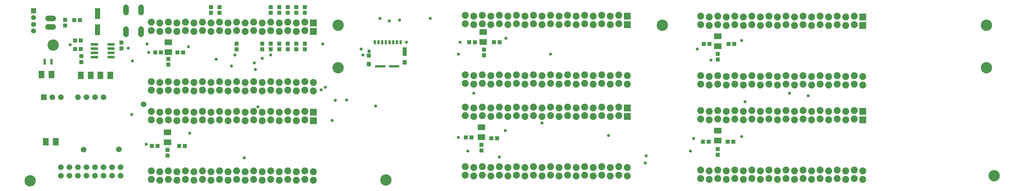
<source format=gbr>
G04 EAGLE Gerber RS-274X export*
G75*
%MOMM*%
%FSLAX34Y34*%
%LPD*%
%INSoldermask Top*%
%IPPOS*%
%AMOC8*
5,1,8,0,0,1.08239X$1,22.5*%
G01*
%ADD10C,3.378200*%
%ADD11R,2.082800X2.082800*%
%ADD12C,2.082800*%
%ADD13R,1.203200X1.303200*%
%ADD14R,0.762000X1.803400*%
%ADD15R,1.303200X1.203200*%
%ADD16R,1.703200X2.203200*%
%ADD17R,2.203200X1.703200*%
%ADD18R,1.283200X1.253200*%
%ADD19R,1.711200X1.711200*%
%ADD20C,1.711200*%
%ADD21C,0.353406*%
%ADD22C,1.727200*%
%ADD23R,1.603200X3.203200*%
%ADD24R,1.511200X1.511200*%
%ADD25C,1.511200*%
%ADD26R,0.703200X1.203200*%
%ADD27R,0.923200X0.983200*%
%ADD28R,1.253200X1.283200*%
%ADD29R,1.253200X1.403200*%
%ADD30R,1.253200X2.593200*%
%ADD31R,3.113200X0.753200*%
%ADD32C,1.703200*%
%ADD33C,0.959600*%


D10*
X952500Y373380D03*
X2882900Y373380D03*
X104140Y440690D03*
X2905252Y50546D03*
X1094232Y37846D03*
X35052Y35306D03*
X2882900Y500380D03*
X1917700Y500380D03*
X952500Y500380D03*
D11*
X878840Y481330D03*
D12*
X853440Y483870D03*
X828040Y481330D03*
X802640Y483870D03*
X777240Y481330D03*
X751840Y483870D03*
X726440Y481330D03*
X701040Y483870D03*
X675640Y481330D03*
X650240Y483870D03*
X624840Y481330D03*
X599440Y483870D03*
X574040Y481330D03*
X548640Y483870D03*
X523240Y481330D03*
X497840Y483870D03*
X472440Y481330D03*
X447040Y483870D03*
X421640Y481330D03*
X396240Y483870D03*
X396240Y331470D03*
X421640Y328930D03*
X447040Y331470D03*
X472440Y328930D03*
X497840Y331470D03*
X523240Y328930D03*
X548640Y331470D03*
X574040Y328930D03*
X599440Y331470D03*
X624840Y328930D03*
X650240Y331470D03*
X675640Y328930D03*
X701040Y331470D03*
X726440Y328930D03*
X751840Y331470D03*
X777240Y328930D03*
X802640Y331470D03*
X828040Y328930D03*
X853440Y331470D03*
X878840Y328930D03*
X396240Y306070D03*
X421640Y303530D03*
X447040Y306070D03*
X472440Y303530D03*
X497840Y306070D03*
X523240Y303530D03*
X548640Y306070D03*
X574040Y303530D03*
X599440Y306070D03*
X624840Y303530D03*
X650240Y306070D03*
X675640Y303530D03*
X701040Y306070D03*
X726440Y303530D03*
X751840Y306070D03*
X777240Y303530D03*
X802640Y306070D03*
X828040Y303530D03*
X853440Y306070D03*
X878840Y303530D03*
D11*
X878840Y506730D03*
D12*
X853440Y509270D03*
X828040Y506730D03*
X802640Y509270D03*
X777240Y506730D03*
X751840Y509270D03*
X726440Y506730D03*
X701040Y509270D03*
X675640Y506730D03*
X650240Y509270D03*
X624840Y506730D03*
X599440Y509270D03*
X574040Y506730D03*
X548640Y509270D03*
X523240Y506730D03*
X497840Y509270D03*
X472440Y506730D03*
X447040Y509270D03*
X421640Y506730D03*
X396240Y509270D03*
D13*
X425060Y419100D03*
X408060Y419100D03*
X491100Y419100D03*
X474100Y419100D03*
D14*
X78867Y391160D03*
X98933Y391160D03*
D15*
X447040Y399660D03*
X447040Y382660D03*
D16*
X98820Y353060D03*
X68820Y353060D03*
X244080Y350520D03*
X274080Y350520D03*
X81520Y152400D03*
X111520Y152400D03*
D17*
X447040Y449340D03*
X447040Y419340D03*
D18*
X187960Y407530D03*
X187960Y390030D03*
D19*
X76200Y284660D03*
D20*
X101600Y284660D03*
X127000Y284660D03*
X177800Y284660D03*
X203200Y284660D03*
X228600Y284660D03*
X254000Y284660D03*
D21*
X267061Y407379D02*
X285259Y407379D01*
X285259Y402881D01*
X267061Y402881D01*
X267061Y407379D01*
X267061Y406238D02*
X285259Y406238D01*
X285259Y420079D02*
X267061Y420079D01*
X285259Y420079D02*
X285259Y415581D01*
X267061Y415581D01*
X267061Y420079D01*
X267061Y418938D02*
X285259Y418938D01*
X285259Y432779D02*
X267061Y432779D01*
X285259Y432779D02*
X285259Y428281D01*
X267061Y428281D01*
X267061Y432779D01*
X267061Y431638D02*
X285259Y431638D01*
X285259Y445479D02*
X267061Y445479D01*
X285259Y445479D02*
X285259Y440981D01*
X267061Y440981D01*
X267061Y445479D01*
X267061Y444338D02*
X285259Y444338D01*
X235859Y445479D02*
X217661Y445479D01*
X235859Y445479D02*
X235859Y440981D01*
X217661Y440981D01*
X217661Y445479D01*
X217661Y444338D02*
X235859Y444338D01*
X235859Y432779D02*
X217661Y432779D01*
X235859Y432779D02*
X235859Y428281D01*
X217661Y428281D01*
X217661Y432779D01*
X217661Y431638D02*
X235859Y431638D01*
X235859Y420079D02*
X217661Y420079D01*
X235859Y420079D02*
X235859Y415581D01*
X217661Y415581D01*
X217661Y420079D01*
X217661Y418938D02*
X235859Y418938D01*
X235859Y407379D02*
X217661Y407379D01*
X235859Y407379D02*
X235859Y402881D01*
X217661Y402881D01*
X217661Y407379D01*
X217661Y406238D02*
X235859Y406238D01*
D18*
X307340Y430670D03*
X307340Y448170D03*
D22*
X104140Y520700D02*
X88900Y520700D01*
X88900Y495300D02*
X104140Y495300D01*
D13*
X169300Y454660D03*
X186300Y454660D03*
X183760Y515620D03*
X166760Y515620D03*
D15*
X139700Y499500D03*
X139700Y516500D03*
D23*
X236220Y534540D03*
X236220Y486540D03*
D24*
X45720Y543080D03*
D25*
X45720Y523080D03*
X45720Y503080D03*
X45720Y483080D03*
D15*
X169300Y429260D03*
X186300Y429260D03*
D13*
X414900Y139700D03*
X397900Y139700D03*
X496180Y139700D03*
X479180Y139700D03*
D15*
X444500Y127880D03*
X444500Y110880D03*
D17*
X444500Y180100D03*
X444500Y150100D03*
D13*
X1359780Y449580D03*
X1342780Y449580D03*
X1433440Y449580D03*
X1416440Y449580D03*
D15*
X1386840Y427600D03*
X1386840Y410600D03*
D17*
X1384300Y479820D03*
X1384300Y449820D03*
D13*
X1349620Y165100D03*
X1332620Y165100D03*
X1425820Y162560D03*
X1408820Y162560D03*
D15*
X1379220Y143120D03*
X1379220Y126120D03*
D17*
X1379220Y195340D03*
X1379220Y165340D03*
D13*
X2058280Y444500D03*
X2041280Y444500D03*
X2131940Y444500D03*
X2114940Y444500D03*
D15*
X2082800Y414900D03*
X2082800Y397900D03*
D17*
X2082800Y467120D03*
X2082800Y437120D03*
D13*
X2055740Y152400D03*
X2038740Y152400D03*
X2129400Y152400D03*
X2112400Y152400D03*
D15*
X2082800Y130420D03*
X2082800Y113420D03*
D17*
X2082800Y185180D03*
X2082800Y155180D03*
D16*
X185660Y350520D03*
X215660Y350520D03*
D15*
X599440Y554600D03*
X599440Y537600D03*
X574040Y554600D03*
X574040Y537600D03*
D20*
X127000Y50800D03*
X127000Y76200D03*
X152400Y50800D03*
X152400Y76200D03*
X177800Y50800D03*
X177800Y76200D03*
X203200Y50800D03*
X203200Y76200D03*
X228600Y50800D03*
X228600Y76200D03*
X254000Y50800D03*
X254000Y76200D03*
X279400Y50800D03*
X279400Y76200D03*
X304800Y50800D03*
X304800Y76200D03*
D15*
X650240Y445380D03*
X650240Y428380D03*
X828040Y445380D03*
X828040Y428380D03*
X853440Y445380D03*
X853440Y428380D03*
X751840Y445380D03*
X751840Y428380D03*
X726440Y445380D03*
X726440Y428380D03*
X777240Y445380D03*
X777240Y428380D03*
X802640Y445380D03*
X802640Y428380D03*
D26*
X1061780Y449320D03*
X1072780Y449320D03*
X1083780Y449320D03*
X1094780Y449320D03*
X1105780Y449320D03*
X1116780Y449320D03*
X1127780Y449320D03*
X1138780Y449320D03*
D27*
X1044180Y422520D03*
D28*
X1044030Y409820D03*
D29*
X1044030Y383720D03*
X1150530Y389420D03*
D30*
X1150530Y421270D03*
D31*
X1077420Y376970D03*
X1119320Y376970D03*
D15*
X802640Y537600D03*
X802640Y554600D03*
X777240Y537600D03*
X777240Y554600D03*
X751840Y537600D03*
X751840Y554600D03*
X853440Y537600D03*
X853440Y554600D03*
X828040Y537600D03*
X828040Y554600D03*
D11*
X878840Y214630D03*
D12*
X853440Y217170D03*
X828040Y214630D03*
X802640Y217170D03*
X777240Y214630D03*
X751840Y217170D03*
X726440Y214630D03*
X701040Y217170D03*
X675640Y214630D03*
X650240Y217170D03*
X624840Y214630D03*
X599440Y217170D03*
X574040Y214630D03*
X548640Y217170D03*
X523240Y214630D03*
X497840Y217170D03*
X472440Y214630D03*
X447040Y217170D03*
X421640Y214630D03*
X396240Y217170D03*
X396240Y64770D03*
X421640Y62230D03*
X447040Y64770D03*
X472440Y62230D03*
X497840Y64770D03*
X523240Y62230D03*
X548640Y64770D03*
X574040Y62230D03*
X599440Y64770D03*
X624840Y62230D03*
X650240Y64770D03*
X675640Y62230D03*
X701040Y64770D03*
X726440Y62230D03*
X751840Y64770D03*
X777240Y62230D03*
X802640Y64770D03*
X828040Y62230D03*
X853440Y64770D03*
X878840Y62230D03*
X396240Y39370D03*
X421640Y36830D03*
X447040Y39370D03*
X472440Y36830D03*
X497840Y39370D03*
X523240Y36830D03*
X548640Y39370D03*
X574040Y36830D03*
X599440Y39370D03*
X624840Y36830D03*
X650240Y39370D03*
X675640Y36830D03*
X701040Y39370D03*
X726440Y36830D03*
X751840Y39370D03*
X777240Y36830D03*
X802640Y39370D03*
X828040Y36830D03*
X853440Y39370D03*
X878840Y36830D03*
D11*
X878840Y240030D03*
D12*
X853440Y242570D03*
X828040Y240030D03*
X802640Y242570D03*
X777240Y240030D03*
X751840Y242570D03*
X726440Y240030D03*
X701040Y242570D03*
X675640Y240030D03*
X650240Y242570D03*
X624840Y240030D03*
X599440Y242570D03*
X574040Y240030D03*
X548640Y242570D03*
X523240Y240030D03*
X497840Y242570D03*
X472440Y240030D03*
X447040Y242570D03*
X421640Y240030D03*
X396240Y242570D03*
D11*
X1813560Y501650D03*
D12*
X1788160Y504190D03*
X1762760Y501650D03*
X1737360Y504190D03*
X1711960Y501650D03*
X1686560Y504190D03*
X1661160Y501650D03*
X1635760Y504190D03*
X1610360Y501650D03*
X1584960Y504190D03*
X1559560Y501650D03*
X1534160Y504190D03*
X1508760Y501650D03*
X1483360Y504190D03*
X1457960Y501650D03*
X1432560Y504190D03*
X1407160Y501650D03*
X1381760Y504190D03*
X1356360Y501650D03*
X1330960Y504190D03*
X1330960Y351790D03*
X1356360Y349250D03*
X1381760Y351790D03*
X1407160Y349250D03*
X1432560Y351790D03*
X1457960Y349250D03*
X1483360Y351790D03*
X1508760Y349250D03*
X1534160Y351790D03*
X1559560Y349250D03*
X1584960Y351790D03*
X1610360Y349250D03*
X1635760Y351790D03*
X1661160Y349250D03*
X1686560Y351790D03*
X1711960Y349250D03*
X1737360Y351790D03*
X1762760Y349250D03*
X1788160Y351790D03*
X1813560Y349250D03*
X1330960Y326390D03*
X1356360Y323850D03*
X1381760Y326390D03*
X1407160Y323850D03*
X1432560Y326390D03*
X1457960Y323850D03*
X1483360Y326390D03*
X1508760Y323850D03*
X1534160Y326390D03*
X1559560Y323850D03*
X1584960Y326390D03*
X1610360Y323850D03*
X1635760Y326390D03*
X1661160Y323850D03*
X1686560Y326390D03*
X1711960Y323850D03*
X1737360Y326390D03*
X1762760Y323850D03*
X1788160Y326390D03*
X1813560Y323850D03*
D11*
X1813560Y527050D03*
D12*
X1788160Y529590D03*
X1762760Y527050D03*
X1737360Y529590D03*
X1711960Y527050D03*
X1686560Y529590D03*
X1661160Y527050D03*
X1635760Y529590D03*
X1610360Y527050D03*
X1584960Y529590D03*
X1559560Y527050D03*
X1534160Y529590D03*
X1508760Y527050D03*
X1483360Y529590D03*
X1457960Y527050D03*
X1432560Y529590D03*
X1407160Y527050D03*
X1381760Y529590D03*
X1356360Y527050D03*
X1330960Y529590D03*
D11*
X1813560Y227330D03*
D12*
X1788160Y229870D03*
X1762760Y227330D03*
X1737360Y229870D03*
X1711960Y227330D03*
X1686560Y229870D03*
X1661160Y227330D03*
X1635760Y229870D03*
X1610360Y227330D03*
X1584960Y229870D03*
X1559560Y227330D03*
X1534160Y229870D03*
X1508760Y227330D03*
X1483360Y229870D03*
X1457960Y227330D03*
X1432560Y229870D03*
X1407160Y227330D03*
X1381760Y229870D03*
X1356360Y227330D03*
X1330960Y229870D03*
X1330960Y77470D03*
X1356360Y74930D03*
X1381760Y77470D03*
X1407160Y74930D03*
X1432560Y77470D03*
X1457960Y74930D03*
X1483360Y77470D03*
X1508760Y74930D03*
X1534160Y77470D03*
X1559560Y74930D03*
X1584960Y77470D03*
X1610360Y74930D03*
X1635760Y77470D03*
X1661160Y74930D03*
X1686560Y77470D03*
X1711960Y74930D03*
X1737360Y77470D03*
X1762760Y74930D03*
X1788160Y77470D03*
X1813560Y74930D03*
X1330960Y52070D03*
X1356360Y49530D03*
X1381760Y52070D03*
X1407160Y49530D03*
X1432560Y52070D03*
X1457960Y49530D03*
X1483360Y52070D03*
X1508760Y49530D03*
X1534160Y52070D03*
X1559560Y49530D03*
X1584960Y52070D03*
X1610360Y49530D03*
X1635760Y52070D03*
X1661160Y49530D03*
X1686560Y52070D03*
X1711960Y49530D03*
X1737360Y52070D03*
X1762760Y49530D03*
X1788160Y52070D03*
X1813560Y49530D03*
D11*
X1813560Y252730D03*
D12*
X1788160Y255270D03*
X1762760Y252730D03*
X1737360Y255270D03*
X1711960Y252730D03*
X1686560Y255270D03*
X1661160Y252730D03*
X1635760Y255270D03*
X1610360Y252730D03*
X1584960Y255270D03*
X1559560Y252730D03*
X1534160Y255270D03*
X1508760Y252730D03*
X1483360Y255270D03*
X1457960Y252730D03*
X1432560Y255270D03*
X1407160Y252730D03*
X1381760Y255270D03*
X1356360Y252730D03*
X1330960Y255270D03*
D11*
X2514600Y499110D03*
D12*
X2489200Y501650D03*
X2463800Y499110D03*
X2438400Y501650D03*
X2413000Y499110D03*
X2387600Y501650D03*
X2362200Y499110D03*
X2336800Y501650D03*
X2311400Y499110D03*
X2286000Y501650D03*
X2260600Y499110D03*
X2235200Y501650D03*
X2209800Y499110D03*
X2184400Y501650D03*
X2159000Y499110D03*
X2133600Y501650D03*
X2108200Y499110D03*
X2082800Y501650D03*
X2057400Y499110D03*
X2032000Y501650D03*
X2032000Y349250D03*
X2057400Y346710D03*
X2082800Y349250D03*
X2108200Y346710D03*
X2133600Y349250D03*
X2159000Y346710D03*
X2184400Y349250D03*
X2209800Y346710D03*
X2235200Y349250D03*
X2260600Y346710D03*
X2286000Y349250D03*
X2311400Y346710D03*
X2336800Y349250D03*
X2362200Y346710D03*
X2387600Y349250D03*
X2413000Y346710D03*
X2438400Y349250D03*
X2463800Y346710D03*
X2489200Y349250D03*
X2514600Y346710D03*
X2032000Y323850D03*
X2057400Y321310D03*
X2082800Y323850D03*
X2108200Y321310D03*
X2133600Y323850D03*
X2159000Y321310D03*
X2184400Y323850D03*
X2209800Y321310D03*
X2235200Y323850D03*
X2260600Y321310D03*
X2286000Y323850D03*
X2311400Y321310D03*
X2336800Y323850D03*
X2362200Y321310D03*
X2387600Y323850D03*
X2413000Y321310D03*
X2438400Y323850D03*
X2463800Y321310D03*
X2489200Y323850D03*
X2514600Y321310D03*
D11*
X2514600Y524510D03*
D12*
X2489200Y527050D03*
X2463800Y524510D03*
X2438400Y527050D03*
X2413000Y524510D03*
X2387600Y527050D03*
X2362200Y524510D03*
X2336800Y527050D03*
X2311400Y524510D03*
X2286000Y527050D03*
X2260600Y524510D03*
X2235200Y527050D03*
X2209800Y524510D03*
X2184400Y527050D03*
X2159000Y524510D03*
X2133600Y527050D03*
X2108200Y524510D03*
X2082800Y527050D03*
X2057400Y524510D03*
X2032000Y527050D03*
D11*
X2514600Y217170D03*
D12*
X2489200Y219710D03*
X2463800Y217170D03*
X2438400Y219710D03*
X2413000Y217170D03*
X2387600Y219710D03*
X2362200Y217170D03*
X2336800Y219710D03*
X2311400Y217170D03*
X2286000Y219710D03*
X2260600Y217170D03*
X2235200Y219710D03*
X2209800Y217170D03*
X2184400Y219710D03*
X2159000Y217170D03*
X2133600Y219710D03*
X2108200Y217170D03*
X2082800Y219710D03*
X2057400Y217170D03*
X2032000Y219710D03*
X2032000Y67310D03*
X2057400Y64770D03*
X2082800Y67310D03*
X2108200Y64770D03*
X2133600Y67310D03*
X2159000Y64770D03*
X2184400Y67310D03*
X2209800Y64770D03*
X2235200Y67310D03*
X2260600Y64770D03*
X2286000Y67310D03*
X2311400Y64770D03*
X2336800Y67310D03*
X2362200Y64770D03*
X2387600Y67310D03*
X2413000Y64770D03*
X2438400Y67310D03*
X2463800Y64770D03*
X2489200Y67310D03*
X2514600Y64770D03*
X2032000Y41910D03*
X2057400Y39370D03*
X2082800Y41910D03*
X2108200Y39370D03*
X2133600Y41910D03*
X2159000Y39370D03*
X2184400Y41910D03*
X2209800Y39370D03*
X2235200Y41910D03*
X2260600Y39370D03*
X2286000Y41910D03*
X2311400Y39370D03*
X2336800Y41910D03*
X2362200Y39370D03*
X2387600Y41910D03*
X2413000Y39370D03*
X2438400Y41910D03*
X2463800Y39370D03*
X2489200Y41910D03*
X2514600Y39370D03*
D11*
X2514600Y242570D03*
D12*
X2489200Y245110D03*
X2463800Y242570D03*
X2438400Y245110D03*
X2413000Y242570D03*
X2387600Y245110D03*
X2362200Y242570D03*
X2336800Y245110D03*
X2311400Y242570D03*
X2286000Y245110D03*
X2260600Y242570D03*
X2235200Y245110D03*
X2209800Y242570D03*
X2184400Y245110D03*
X2159000Y242570D03*
X2133600Y245110D03*
X2108200Y242570D03*
X2082800Y245110D03*
X2057400Y242570D03*
X2032000Y245110D03*
D22*
X365506Y537972D02*
X365506Y553212D01*
X320294Y553212D02*
X320294Y537972D01*
X365506Y488188D02*
X365506Y472948D01*
X320294Y472948D02*
X320294Y488188D01*
D32*
X194310Y128270D03*
X299720Y129540D03*
X373380Y264160D03*
D33*
X1155700Y449580D03*
X1026160Y411480D03*
X1135380Y515620D03*
X2164080Y271780D03*
X1584960Y414020D03*
X943610Y275590D03*
X901700Y307340D03*
X635000Y378460D03*
X713740Y256540D03*
X702310Y387350D03*
X1021080Y429260D03*
X673100Y104112D03*
X1226820Y520700D03*
X1757680Y171168D03*
X934720Y215900D03*
X2296160Y297180D03*
X2352040Y289560D03*
X1356360Y297180D03*
X977900Y276860D03*
X914400Y314960D03*
X327660Y431800D03*
X381000Y144780D03*
X1310736Y165196D03*
X2010636Y161290D03*
X388620Y419100D03*
X1315720Y449580D03*
X2021840Y429260D03*
X506730Y435610D03*
X1451610Y461010D03*
X2153920Y454660D03*
X337820Y233680D03*
X510540Y177800D03*
X1450340Y185420D03*
X2153920Y167640D03*
X383540Y444500D03*
X2062480Y396240D03*
X2001520Y124460D03*
X1338580Y124460D03*
X1310640Y414020D03*
X340360Y393700D03*
X154940Y441960D03*
X1866900Y88900D03*
X1868970Y109690D03*
X1559560Y208280D03*
X589280Y398780D03*
X1432560Y106680D03*
X1064260Y259080D03*
X645160Y411480D03*
X706120Y368300D03*
X906780Y444500D03*
X751840Y411480D03*
X1076960Y520700D03*
X726440Y401320D03*
X1104900Y513080D03*
M02*

</source>
